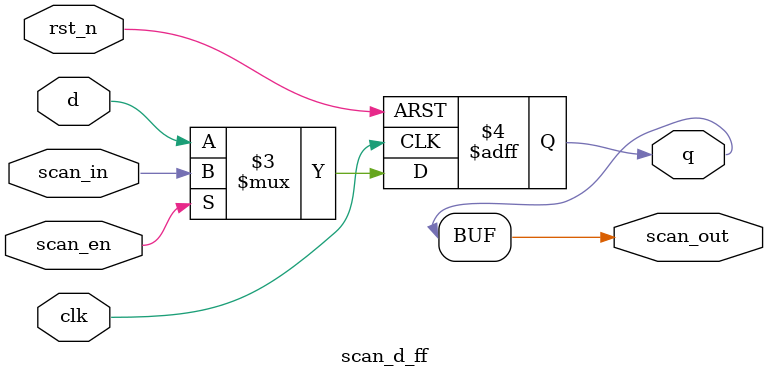
<source format=sv>
module scan_d_ff (
    input wire clk,
    input wire rst_n,
    input wire scan_en,
    input wire scan_in,
    input wire d,
    output reg q,
    output wire scan_out
);
    always @(posedge clk or negedge rst_n) begin
        if (!rst_n)
            q <= 1'b0;
        else
            q <= scan_en ? scan_in : d;
    end
    
    assign scan_out = q;
endmodule
</source>
